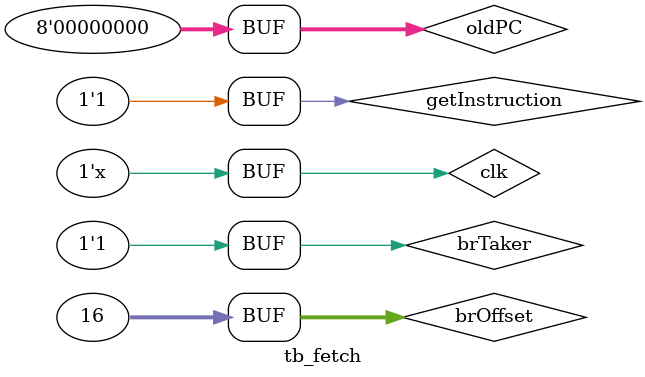
<source format=sv>

`timescale 1 ps / 1 ps

module tb_fetch #(parameter WORD_LEN = 32, MEM_CELL_SIZE = 8) ();

	logic clk; 
	logic brTaker;
	logic getInstruction;
	logic [WORD_LEN-1:0] brOffset;
	logic [MEM_CELL_SIZE-1:0] oldPC;
	logic [MEM_CELL_SIZE-1:0] newPC;
	logic [WORD_LEN-1:0] instruction;
	//logic [WORD_LEN-1:0] instructionExpected;

	FetchStage #(.WORD_LEN(WORD_LEN), .MEM_CELL_SIZE(MEM_CELL_SIZE)) UUT ( clk,  brTaker, getInstruction, brOffset, oldPC, newPC, instruction);
	
	always #1 clk =~ clk;
	//always #3 getInstruction =~ getInstruction;
	

	initial begin 
		// CASO 1:
		// Salida del mux = 0 
		// Salida del adder = 0
		// newPC = 0
		// Instruccion = 1
		clk = 0;
		brTaker = 0;
		getInstruction = 0;
		brOffset = 0;
		oldPC = 0;


		#2
		getInstruction = 1;
		
		#2
		getInstruction = 0;
		
//		brTaker = 0;
//		// CASO 2: 
//		// Salida del mux = 4 
//		// Salida del adder = 4
//		// newPC = 4
//		// Instruccion = 2
//		
//	
	
		#6
		getInstruction = 1;
		brTaker = 1;
		brOffset = 16;
		// CASO 3: 
		// Salida del mux = 16 
		// Salida del adder = 16
		// newPC = 4
		// Instruccion = 2
//		
//		#2
//		brTaker = 0;
		
		
		
		// Salida del mux
//		// Inicializacion de variables
//		rst = 0;
//		brTaken = 0;
//		brOffset = 8'b0;
//		pc = 8'd0;
//		instructionExpected = 8'h01;
//		
//		#10;
//		assert (instruction == instructionExpected) 
//				$display ($sformatf("Exito para pc = %b", pc));
//			else $error($sformatf("Fallo para pc = %b, instruction = %b y instructionExpected = %b", pc, instruction, instructionExpected));
//		
//		// Caso 2: PC = 4
//		$display("PC = 4");
//		// Inicializacion de variables
//		rst = 0;
//		brTaken = 0;
//		brOffset = 8'b0;
//		pc = 8'd4;
//		instructionExpected = 8'h02;
//		
//		#10;
//		assert (instruction == instructionExpected) 
//				$display ($sformatf("Exito para pc = %b", pc));
//			else $error($sformatf("Fallo para pc = %b, instruction = %b y instructionExpected = %b", pc, instruction, instructionExpected));
//			
//		// Caso 3: PC = 8
//		$display("PC = 4");
//		// Inicializacion de variables
//		rst = 0;
//		brTaken = 0;
//		brOffset = 8'b0;
//		pc = 8'd8;
//		instructionExpected = 8'h03;
//		
//		#10;
//		assert (instruction == instructionExpected) 
//				$display ($sformatf("Exito para pc = %b", pc));
//			else $error($sformatf("Fallo para pc = %b, instruction = %b y instructionExpected = %b", pc, instruction, instructionExpected));
//			
//		// Caso 4: PC = 12
//		$display("PC = 4");
//		// Inicializacion de variables
//		rst = 0;
//		brTaken = 0;
//		brOffset = 8'b0;
//		instructionExpected = 8'h04;
//		
//		#10
//		assert (instruction == instructionExpected) 
//				$display ($sformatf("Exito para pc = %b", pc));
//			else $error($sformatf("Fallo para pc = %b, instruction = %b y instructionExpected = %b", pc, instruction, instructionExpected));
//		// Caso 5: rst = 1
//		$display("rst = 1");
//		// Inicializacion de variables
//		rst = 1;
//		brTaken = 0;
//		brOffset = 8'b0;
//		pc = 8'd12;
//		instructionExpected = 8'h00;
//		
//		#10
//		assert (instruction == instructionExpected) 
//				$display ($sformatf("Exito para pc = %b", pc));
//			else $error($sformatf("Fallo para pc = %b, instruction = %b y instructionExpected = %b", pc, instruction, instructionExpected));
//		
	end
	
endmodule

</source>
